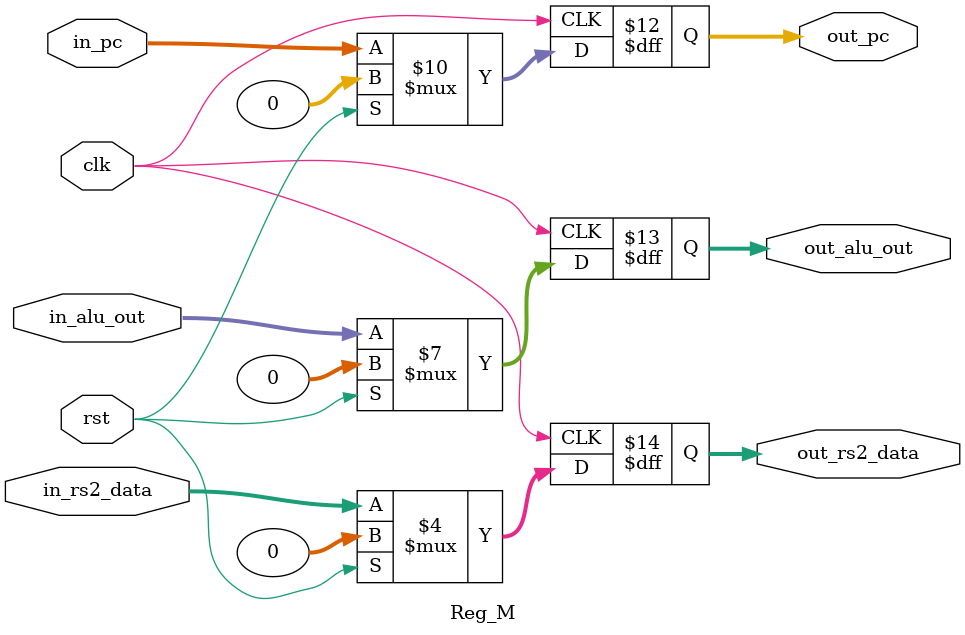
<source format=v>
module Reg_M(
    input clk,
    input rst,
    input [31:0] in_pc,
    input [31:0] in_alu_out,
    input [31:0] in_rs2_data,
    output reg [31:0] out_pc,
    output reg [31:0] out_alu_out,
    output reg [31:0] out_rs2_data
);
    // main part
    always @(posedge clk) begin
        if(rst == 1'b1) begin
            out_pc <= 32'd0;
            out_alu_out <= 32'd0;
            out_rs2_data <= 32'd0;
        end 
        else begin
            out_pc <= in_pc;
            out_alu_out <= in_alu_out;
            out_rs2_data <= in_rs2_data;
        end
    end
endmodule
</source>
